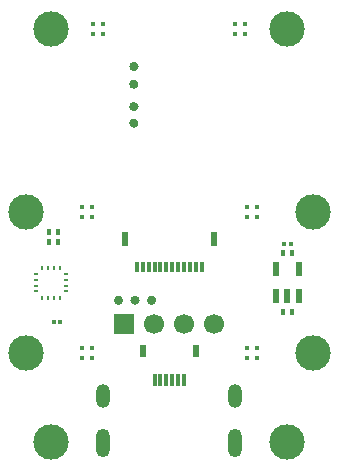
<source format=gbr>
G04*
G04 #@! TF.GenerationSoftware,Altium Limited,Altium Designer,24.1.2 (44)*
G04*
G04 Layer_Color=255*
%FSLAX25Y25*%
%MOIN*%
G70*
G04*
G04 #@! TF.SameCoordinates,EC497B79-CED4-4E58-A43C-F9202C23BEB1*
G04*
G04*
G04 #@! TF.FilePolarity,Positive*
G04*
G01*
G75*
%ADD15R,0.02362X0.03937*%
%ADD16R,0.01181X0.03937*%
%ADD17R,0.01181X0.03543*%
%ADD18R,0.01929X0.04626*%
%ADD19R,0.01929X0.04555*%
%ADD20R,0.01575X0.02126*%
%ADD21R,0.00984X0.01772*%
%ADD22R,0.01772X0.00984*%
%ADD23R,0.02362X0.04724*%
%ADD24R,0.01772X0.01772*%
%ADD41R,0.01451X0.01276*%
%ADD44O,0.04724X0.09449*%
%ADD45O,0.04724X0.07874*%
%ADD46C,0.06693*%
%ADD47R,0.06693X0.06693*%
%ADD48C,0.11811*%
G36*
G01X39370Y116535D02*
G02X37795Y118110I0J1575D01*
G02X39370Y119685I1575J0D01*
G02X40945Y118110I0J-1575D01*
G02X39370Y116535I-1575J0D01*
D02*
G37*
G36*
G01Y135433D02*
G02X37795Y137008I0J1575D01*
G02X39370Y138583I1575J0D01*
G02X40945Y137008I0J-1575D01*
G02X39370Y135433I-1575J0D01*
D02*
G37*
G36*
G01Y129528D02*
G02X37795Y131102I0J1575D01*
G02X39370Y132677I1575J0D01*
G02X40945Y131102I0J-1575D01*
G02X39370Y129528I-1575J0D01*
D02*
G37*
G36*
G01Y122047D02*
G02X37795Y123622I0J1575D01*
G02X39370Y125197I1575J0D01*
G02X40945Y123622I0J-1575D01*
G02X39370Y122047I-1575J0D01*
D02*
G37*
G36*
G01X34252Y57480D02*
G02X32677Y59055I0J1575D01*
G02X34252Y60630I1575J0D01*
G02X35827Y59055I0J-1575D01*
G02X34252Y57480I-1575J0D01*
D02*
G37*
G36*
G01X39764D02*
G02X38189Y59055I0J1575D01*
G02X39764Y60630I1575J0D01*
G02X41339Y59055I0J-1575D01*
G02X39764Y57480I-1575J0D01*
D02*
G37*
G36*
G01X45276D02*
G02X43701Y59055I0J1575D01*
G02X45276Y60630I1575J0D01*
G02X46850Y59055I0J-1575D01*
G02X45276Y57480I-1575J0D01*
D02*
G37*
D15*
X42323Y42323D02*
D03*
X60039D02*
D03*
D16*
X56102Y32480D02*
D03*
X54134D02*
D03*
X52165D02*
D03*
X50197D02*
D03*
X48228D02*
D03*
X46260D02*
D03*
D17*
X60039Y70079D02*
D03*
X58071D02*
D03*
X56102D02*
D03*
X54134D02*
D03*
X52165D02*
D03*
X50197D02*
D03*
X48228D02*
D03*
X46260D02*
D03*
X44291D02*
D03*
X42323D02*
D03*
X62008D02*
D03*
X40354D02*
D03*
D18*
X86811Y69503D02*
D03*
X94291D02*
D03*
D19*
Y60419D02*
D03*
X90551D02*
D03*
X86811D02*
D03*
D20*
X92126Y55118D02*
D03*
X88976D02*
D03*
Y74803D02*
D03*
X92126D02*
D03*
X11024Y78347D02*
D03*
X14173D02*
D03*
Y81890D02*
D03*
X11024D02*
D03*
D21*
X8858Y59988D02*
D03*
X10827D02*
D03*
X12796D02*
D03*
X14764D02*
D03*
X14763Y69933D02*
D03*
X12795D02*
D03*
X10826D02*
D03*
X8857D02*
D03*
D22*
X16783Y62008D02*
D03*
Y63977D02*
D03*
Y65945D02*
D03*
Y67914D02*
D03*
X6838Y67913D02*
D03*
Y65944D02*
D03*
Y63976D02*
D03*
Y62007D02*
D03*
D23*
X36417Y79528D02*
D03*
X65945Y79527D02*
D03*
D24*
X29232Y151279D02*
D03*
X25886D02*
D03*
X29232Y147934D02*
D03*
X25886Y147933D02*
D03*
X25295Y90256D02*
D03*
X21949D02*
D03*
X25295Y86911D02*
D03*
X21949Y86910D02*
D03*
X25295Y43012D02*
D03*
X21949D02*
D03*
X25295Y39667D02*
D03*
X21949Y39666D02*
D03*
X73130Y147933D02*
D03*
X76476D02*
D03*
X73130Y151278D02*
D03*
X76476Y151279D02*
D03*
X77067Y86910D02*
D03*
X80413D02*
D03*
X77067Y90255D02*
D03*
X80413Y90256D02*
D03*
X77067Y39666D02*
D03*
X80413D02*
D03*
X77067Y43011D02*
D03*
X80413Y43012D02*
D03*
D41*
X89471Y77953D02*
D03*
X91631D02*
D03*
X14860Y51968D02*
D03*
X12699D02*
D03*
D44*
X73150Y11437D02*
D03*
X29213D02*
D03*
D45*
Y27185D02*
D03*
X73150D02*
D03*
D46*
X66181Y51181D02*
D03*
X56181D02*
D03*
X46181D02*
D03*
D47*
X36181D02*
D03*
D48*
X99016Y41339D02*
D03*
X3347D02*
D03*
X99016Y88583D02*
D03*
X3347D02*
D03*
X11811Y149606D02*
D03*
X90551D02*
D03*
X11811Y11811D02*
D03*
X90551D02*
D03*
M02*

</source>
